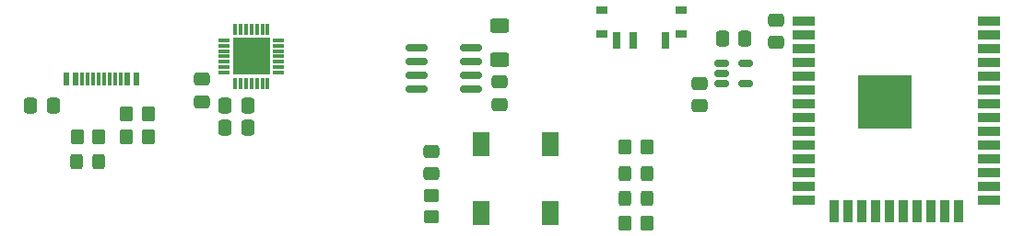
<source format=gbr>
%TF.GenerationSoftware,KiCad,Pcbnew,(6.0.7)*%
%TF.CreationDate,2022-10-16T13:30:07+08:00*%
%TF.ProjectId,numpad-test,6e756d70-6164-42d7-9465-73742e6b6963,rev?*%
%TF.SameCoordinates,Original*%
%TF.FileFunction,Paste,Top*%
%TF.FilePolarity,Positive*%
%FSLAX46Y46*%
G04 Gerber Fmt 4.6, Leading zero omitted, Abs format (unit mm)*
G04 Created by KiCad (PCBNEW (6.0.7)) date 2022-10-16 13:30:07*
%MOMM*%
%LPD*%
G01*
G04 APERTURE LIST*
G04 Aperture macros list*
%AMRoundRect*
0 Rectangle with rounded corners*
0 $1 Rounding radius*
0 $2 $3 $4 $5 $6 $7 $8 $9 X,Y pos of 4 corners*
0 Add a 4 corners polygon primitive as box body*
4,1,4,$2,$3,$4,$5,$6,$7,$8,$9,$2,$3,0*
0 Add four circle primitives for the rounded corners*
1,1,$1+$1,$2,$3*
1,1,$1+$1,$4,$5*
1,1,$1+$1,$6,$7*
1,1,$1+$1,$8,$9*
0 Add four rect primitives between the rounded corners*
20,1,$1+$1,$2,$3,$4,$5,0*
20,1,$1+$1,$4,$5,$6,$7,0*
20,1,$1+$1,$6,$7,$8,$9,0*
20,1,$1+$1,$8,$9,$2,$3,0*%
G04 Aperture macros list end*
%ADD10RoundRect,0.250000X0.350000X0.450000X-0.350000X0.450000X-0.350000X-0.450000X0.350000X-0.450000X0*%
%ADD11RoundRect,0.250000X-0.350000X-0.450000X0.350000X-0.450000X0.350000X0.450000X-0.350000X0.450000X0*%
%ADD12RoundRect,0.250000X0.337500X0.475000X-0.337500X0.475000X-0.337500X-0.475000X0.337500X-0.475000X0*%
%ADD13RoundRect,0.250000X0.450000X-0.350000X0.450000X0.350000X-0.450000X0.350000X-0.450000X-0.350000X0*%
%ADD14RoundRect,0.250000X0.475000X-0.337500X0.475000X0.337500X-0.475000X0.337500X-0.475000X-0.337500X0*%
%ADD15RoundRect,0.250000X-0.625000X0.400000X-0.625000X-0.400000X0.625000X-0.400000X0.625000X0.400000X0*%
%ADD16R,1.000000X0.800000*%
%ADD17R,0.700000X1.500000*%
%ADD18R,1.597660X2.298700*%
%ADD19R,0.600000X1.160000*%
%ADD20R,0.300000X1.160000*%
%ADD21RoundRect,0.250000X-0.337500X-0.475000X0.337500X-0.475000X0.337500X0.475000X-0.337500X0.475000X0*%
%ADD22RoundRect,0.150000X-0.512500X-0.150000X0.512500X-0.150000X0.512500X0.150000X-0.512500X0.150000X0*%
%ADD23RoundRect,0.250000X0.325000X0.450000X-0.325000X0.450000X-0.325000X-0.450000X0.325000X-0.450000X0*%
%ADD24RoundRect,0.150000X-0.825000X-0.150000X0.825000X-0.150000X0.825000X0.150000X-0.825000X0.150000X0*%
%ADD25R,2.000000X0.900000*%
%ADD26R,0.900000X2.000000*%
%ADD27R,5.000000X5.000000*%
%ADD28RoundRect,0.250000X-0.325000X-0.450000X0.325000X-0.450000X0.325000X0.450000X-0.325000X0.450000X0*%
%ADD29R,1.000000X0.300000*%
%ADD30R,0.300000X1.000000*%
%ADD31R,3.400000X3.400000*%
G04 APERTURE END LIST*
D10*
%TO.C,R11*%
X66800000Y-44600000D03*
X64800000Y-44600000D03*
%TD*%
D11*
%TO.C,R10*%
X64800000Y-46700000D03*
X66800000Y-46700000D03*
%TD*%
D12*
%TO.C,C2*%
X121606000Y-37593000D03*
X119531000Y-37593000D03*
%TD*%
D13*
%TO.C,R9*%
X92837000Y-54070000D03*
X92837000Y-52070000D03*
%TD*%
D14*
%TO.C,C1*%
X117430000Y-43825000D03*
X117430000Y-41750000D03*
%TD*%
%TO.C,C11*%
X99100000Y-43700000D03*
X99100000Y-41625000D03*
%TD*%
%TO.C,C3*%
X124460000Y-37973000D03*
X124460000Y-35898000D03*
%TD*%
D10*
%TO.C,R8*%
X112617000Y-54610000D03*
X110617000Y-54610000D03*
%TD*%
D15*
%TO.C,R6*%
X99100000Y-36475000D03*
X99100000Y-39575000D03*
%TD*%
D10*
%TO.C,R12*%
X62250000Y-46650000D03*
X60250000Y-46650000D03*
%TD*%
D16*
%TO.C,SW1*%
X108450000Y-37180000D03*
X108450000Y-34970000D03*
X115750000Y-34970000D03*
X115750000Y-37180000D03*
D17*
X114350000Y-37830000D03*
X111350000Y-37830000D03*
X109850000Y-37830000D03*
%TD*%
D18*
%TO.C,SW3*%
X103759000Y-47396400D03*
X103759000Y-53695600D03*
%TD*%
D19*
%TO.C,J4*%
X65700000Y-41385000D03*
X64900000Y-41385000D03*
D20*
X63750000Y-41385000D03*
X62750000Y-41385000D03*
X62250000Y-41385000D03*
X61250000Y-41385000D03*
D19*
X60100000Y-41385000D03*
X59300000Y-41385000D03*
X59300000Y-41385000D03*
X60100000Y-41385000D03*
D20*
X60750000Y-41385000D03*
X61750000Y-41385000D03*
X63250000Y-41385000D03*
X64250000Y-41385000D03*
D19*
X64900000Y-41385000D03*
X65700000Y-41385000D03*
%TD*%
D21*
%TO.C,C6*%
X56007000Y-43815000D03*
X58082000Y-43815000D03*
%TD*%
D22*
%TO.C,U3*%
X119437500Y-39900000D03*
X119437500Y-40850000D03*
X119437500Y-41800000D03*
X121712500Y-41800000D03*
X121712500Y-39900000D03*
%TD*%
D14*
%TO.C,C5*%
X92837000Y-50081000D03*
X92837000Y-48006000D03*
%TD*%
D23*
%TO.C,D4*%
X62250000Y-48950000D03*
X60200000Y-48950000D03*
%TD*%
D14*
%TO.C,C9*%
X71755000Y-43455500D03*
X71755000Y-41380500D03*
%TD*%
D10*
%TO.C,R7*%
X112617000Y-47625000D03*
X110617000Y-47625000D03*
%TD*%
D21*
%TO.C,C8*%
X73871000Y-45868500D03*
X75946000Y-45868500D03*
%TD*%
%TO.C,C7*%
X73871000Y-43836500D03*
X75946000Y-43836500D03*
%TD*%
D18*
%TO.C,SW2*%
X97409000Y-53695600D03*
X97409000Y-47396400D03*
%TD*%
D24*
%TO.C,U2*%
X91475000Y-38495000D03*
X91475000Y-39765000D03*
X91475000Y-41035000D03*
X91475000Y-42305000D03*
X96425000Y-42305000D03*
X96425000Y-41035000D03*
X96425000Y-39765000D03*
X96425000Y-38495000D03*
%TD*%
D25*
%TO.C,U4*%
X127000000Y-35995000D03*
X127000000Y-37265000D03*
X127000000Y-38535000D03*
X127000000Y-39805000D03*
X127000000Y-41075000D03*
X127000000Y-42345000D03*
X127000000Y-43615000D03*
X127000000Y-44885000D03*
X127000000Y-46155000D03*
X127000000Y-47425000D03*
X127000000Y-48695000D03*
X127000000Y-49965000D03*
X127000000Y-51235000D03*
X127000000Y-52505000D03*
D26*
X129785000Y-53505000D03*
X131055000Y-53505000D03*
X132325000Y-53505000D03*
X133595000Y-53505000D03*
X134865000Y-53505000D03*
X136135000Y-53505000D03*
X137405000Y-53505000D03*
X138675000Y-53505000D03*
X139945000Y-53505000D03*
X141215000Y-53505000D03*
D25*
X144000000Y-52505000D03*
X144000000Y-51235000D03*
X144000000Y-49965000D03*
X144000000Y-48695000D03*
X144000000Y-47425000D03*
X144000000Y-46155000D03*
X144000000Y-44885000D03*
X144000000Y-43615000D03*
X144000000Y-42345000D03*
X144000000Y-41075000D03*
X144000000Y-39805000D03*
X144000000Y-38535000D03*
X144000000Y-37265000D03*
X144000000Y-35995000D03*
D27*
X134500000Y-43495000D03*
%TD*%
D28*
%TO.C,D2*%
X110599000Y-50038000D03*
X112649000Y-50038000D03*
%TD*%
%TO.C,D3*%
X110599000Y-52324000D03*
X112649000Y-52324000D03*
%TD*%
D29*
%TO.C,U5*%
X73770000Y-37775500D03*
X73770000Y-38275500D03*
X73770000Y-38775500D03*
X73770000Y-39275500D03*
X73770000Y-39775500D03*
X73770000Y-40275500D03*
X73770000Y-40775500D03*
D30*
X74770000Y-41775500D03*
X75270000Y-41775500D03*
X75770000Y-41775500D03*
X76270000Y-41775500D03*
X76770000Y-41775500D03*
X77270000Y-41775500D03*
X77770000Y-41775500D03*
D29*
X78770000Y-40775500D03*
X78770000Y-40275500D03*
X78770000Y-39775500D03*
X78770000Y-39275500D03*
X78770000Y-38775500D03*
X78770000Y-38275500D03*
X78770000Y-37775500D03*
D30*
X77770000Y-36775500D03*
X77270000Y-36775500D03*
X76770000Y-36775500D03*
X76270000Y-36775500D03*
X75770000Y-36775500D03*
X75270000Y-36775500D03*
X74770000Y-36775500D03*
D31*
X76270000Y-39275500D03*
%TD*%
M02*

</source>
